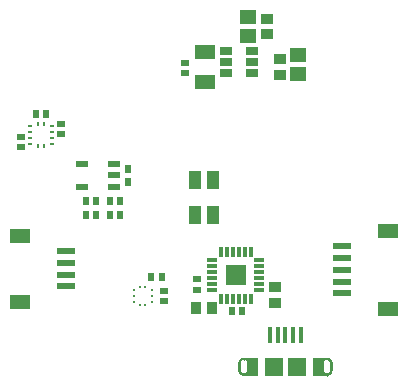
<source format=gtp>
G04*
G04 #@! TF.GenerationSoftware,Altium Limited,Altium Designer,24.5.2 (23)*
G04*
G04 Layer_Color=8421504*
%FSLAX44Y44*%
%MOMM*%
G71*
G04*
G04 #@! TF.SameCoordinates,E9FC05D7-2B72-4DC1-8FCA-AC280C2F8AC5*
G04*
G04*
G04 #@! TF.FilePolarity,Positive*
G04*
G01*
G75*
%ADD19C,0.0001*%
%ADD20R,0.4500X0.2500*%
%ADD21R,0.2500X0.4500*%
%ADD22R,0.6400X0.6000*%
%ADD23R,1.1000X1.5000*%
%ADD24R,1.5500X0.6000*%
%ADD25R,1.8000X1.2000*%
%ADD26R,0.4000X1.3500*%
%ADD27R,1.5000X1.5500*%
%ADD28R,0.6000X0.6400*%
%ADD29R,0.6000X0.7500*%
%ADD30R,1.0000X0.5500*%
%ADD31R,1.4000X1.3000*%
%ADD32R,1.0000X0.7000*%
%ADD33R,1.7500X1.2000*%
%ADD34R,1.0000X0.9000*%
G04:AMPARAMS|DCode=35|XSize=0.8mm|YSize=0.35mm|CornerRadius=0.0438mm|HoleSize=0mm|Usage=FLASHONLY|Rotation=270.000|XOffset=0mm|YOffset=0mm|HoleType=Round|Shape=RoundedRectangle|*
%AMROUNDEDRECTD35*
21,1,0.8000,0.2625,0,0,270.0*
21,1,0.7125,0.3500,0,0,270.0*
1,1,0.0875,-0.1313,-0.3563*
1,1,0.0875,-0.1313,0.3563*
1,1,0.0875,0.1313,0.3563*
1,1,0.0875,0.1313,-0.3563*
%
%ADD35ROUNDEDRECTD35*%
G04:AMPARAMS|DCode=36|XSize=0.85mm|YSize=0.35mm|CornerRadius=0.0438mm|HoleSize=0mm|Usage=FLASHONLY|Rotation=0.000|XOffset=0mm|YOffset=0mm|HoleType=Round|Shape=RoundedRectangle|*
%AMROUNDEDRECTD36*
21,1,0.8500,0.2625,0,0,0.0*
21,1,0.7625,0.3500,0,0,0.0*
1,1,0.0875,0.3813,-0.1313*
1,1,0.0875,-0.3813,-0.1313*
1,1,0.0875,-0.3813,0.1313*
1,1,0.0875,0.3813,0.1313*
%
%ADD36ROUNDEDRECTD36*%
%ADD37R,0.9000X1.0000*%
%ADD38R,0.2500X0.2750*%
%ADD39R,0.2750X0.2500*%
G36*
X104262Y-135257D02*
X104523Y-135277D01*
X104782Y-135311D01*
X105040Y-135359D01*
X105294Y-135420D01*
X105545Y-135495D01*
X105792Y-135582D01*
X106034Y-135682D01*
X106270Y-135795D01*
X106500Y-135920D01*
X106723Y-136057D01*
X106939Y-136205D01*
X107147Y-136364D01*
X107346Y-136534D01*
X107535Y-136714D01*
X107716Y-136904D01*
X107886Y-137103D01*
X108045Y-137311D01*
X108193Y-137527D01*
X108330Y-137750D01*
X108455Y-137980D01*
X108568Y-138216D01*
X108668Y-138458D01*
X108755Y-138705D01*
X108830Y-138956D01*
X108891Y-139210D01*
X108939Y-139468D01*
X108973Y-139727D01*
X108993Y-139988D01*
X109000Y-140250D01*
Y-145750D01*
X108993Y-146012D01*
X108973Y-146273D01*
X108939Y-146532D01*
X108891Y-146790D01*
X108830Y-147044D01*
X108755Y-147295D01*
X108668Y-147542D01*
X108568Y-147784D01*
X108455Y-148020D01*
X108330Y-148250D01*
X108193Y-148473D01*
X108045Y-148689D01*
X107886Y-148897D01*
X107716Y-149096D01*
X107535Y-149285D01*
X107346Y-149466D01*
X107147Y-149636D01*
X106939Y-149795D01*
X106723Y-149943D01*
X106500Y-150080D01*
X106270Y-150205D01*
X106034Y-150318D01*
X105792Y-150418D01*
X105545Y-150505D01*
X105294Y-150580D01*
X105040Y-150641D01*
X104782Y-150688D01*
X104523Y-150723D01*
X104262Y-150743D01*
X104000Y-150750D01*
X92000D01*
Y-135250D01*
X104000D01*
X104262Y-135257D01*
D02*
G37*
G36*
X46000Y-150750D02*
X34000D01*
X33738Y-150743D01*
X33477Y-150723D01*
X33218Y-150688D01*
X32961Y-150641D01*
X32706Y-150580D01*
X32455Y-150505D01*
X32208Y-150418D01*
X31966Y-150318D01*
X31730Y-150205D01*
X31500Y-150080D01*
X31277Y-149943D01*
X31061Y-149795D01*
X30853Y-149636D01*
X30654Y-149466D01*
X30464Y-149285D01*
X30284Y-149096D01*
X30114Y-148897D01*
X29955Y-148689D01*
X29807Y-148473D01*
X29670Y-148250D01*
X29545Y-148020D01*
X29432Y-147784D01*
X29332Y-147542D01*
X29245Y-147295D01*
X29170Y-147044D01*
X29109Y-146790D01*
X29062Y-146532D01*
X29027Y-146273D01*
X29007Y-146012D01*
X29000Y-145750D01*
Y-140250D01*
X29007Y-139988D01*
X29027Y-139727D01*
X29062Y-139468D01*
X29109Y-139210D01*
X29170Y-138956D01*
X29245Y-138705D01*
X29332Y-138458D01*
X29432Y-138216D01*
X29545Y-137980D01*
X29670Y-137750D01*
X29807Y-137527D01*
X29955Y-137311D01*
X30114Y-137103D01*
X30284Y-136904D01*
X30464Y-136714D01*
X30654Y-136534D01*
X30853Y-136364D01*
X31061Y-136205D01*
X31277Y-136057D01*
X31500Y-135920D01*
X31730Y-135795D01*
X31966Y-135682D01*
X32208Y-135582D01*
X32455Y-135495D01*
X32706Y-135420D01*
X32961Y-135359D01*
X33218Y-135311D01*
X33477Y-135277D01*
X33738Y-135257D01*
X34000Y-135250D01*
X46000D01*
Y-150750D01*
D02*
G37*
G36*
X18780Y-74040D02*
Y-56960D01*
X35220D01*
Y-74040D01*
X18780D01*
D02*
G37*
%LPC*%
G36*
X104000Y-137250D02*
X103869Y-137253D01*
X103739Y-137264D01*
X103609Y-137281D01*
X103480Y-137305D01*
X103353Y-137335D01*
X103228Y-137372D01*
X103104Y-137416D01*
X102983Y-137466D01*
X102865Y-137522D01*
X102750Y-137585D01*
X102638Y-137653D01*
X102531Y-137727D01*
X102427Y-137807D01*
X102327Y-137892D01*
X102232Y-137982D01*
X102142Y-138077D01*
X102057Y-138177D01*
X101978Y-138280D01*
X101903Y-138388D01*
X101835Y-138500D01*
X101772Y-138615D01*
X101716Y-138733D01*
X101666Y-138854D01*
X101622Y-138977D01*
X101585Y-139103D01*
X101555Y-139230D01*
X101531Y-139359D01*
X101514Y-139489D01*
X101503Y-139619D01*
X101500Y-139750D01*
Y-146250D01*
X101503Y-146381D01*
X101514Y-146511D01*
X101531Y-146641D01*
X101555Y-146770D01*
X101585Y-146897D01*
X101622Y-147022D01*
X101666Y-147146D01*
X101716Y-147267D01*
X101772Y-147385D01*
X101835Y-147500D01*
X101903Y-147612D01*
X101978Y-147719D01*
X102057Y-147823D01*
X102142Y-147923D01*
X102232Y-148018D01*
X102327Y-148108D01*
X102427Y-148193D01*
X102531Y-148272D01*
X102638Y-148347D01*
X102750Y-148415D01*
X102865Y-148477D01*
X102983Y-148534D01*
X103104Y-148584D01*
X103228Y-148628D01*
X103353Y-148665D01*
X103480Y-148695D01*
X103609Y-148719D01*
X103739Y-148736D01*
X103869Y-148747D01*
X104000Y-148750D01*
X104131Y-148747D01*
X104261Y-148736D01*
X104391Y-148719D01*
X104520Y-148695D01*
X104647Y-148665D01*
X104773Y-148628D01*
X104896Y-148584D01*
X105017Y-148534D01*
X105135Y-148477D01*
X105250Y-148415D01*
X105362Y-148347D01*
X105470Y-148272D01*
X105573Y-148193D01*
X105673Y-148108D01*
X105768Y-148018D01*
X105858Y-147923D01*
X105943Y-147823D01*
X106023Y-147719D01*
X106097Y-147612D01*
X106165Y-147500D01*
X106228Y-147385D01*
X106284Y-147267D01*
X106334Y-147146D01*
X106378Y-147022D01*
X106415Y-146897D01*
X106445Y-146770D01*
X106469Y-146641D01*
X106486Y-146511D01*
X106497Y-146381D01*
X106500Y-146250D01*
Y-139750D01*
X106497Y-139619D01*
X106486Y-139489D01*
X106469Y-139359D01*
X106445Y-139230D01*
X106415Y-139103D01*
X106378Y-138977D01*
X106334Y-138854D01*
X106284Y-138733D01*
X106228Y-138615D01*
X106165Y-138500D01*
X106097Y-138388D01*
X106023Y-138280D01*
X105943Y-138177D01*
X105858Y-138077D01*
X105768Y-137982D01*
X105673Y-137892D01*
X105573Y-137807D01*
X105470Y-137727D01*
X105362Y-137653D01*
X105250Y-137585D01*
X105135Y-137522D01*
X105017Y-137466D01*
X104896Y-137416D01*
X104773Y-137372D01*
X104647Y-137335D01*
X104520Y-137305D01*
X104391Y-137281D01*
X104261Y-137264D01*
X104131Y-137253D01*
X104000Y-137250D01*
D02*
G37*
G36*
X34000D02*
X33869Y-137253D01*
X33739Y-137264D01*
X33609Y-137281D01*
X33480Y-137305D01*
X33353Y-137335D01*
X33228Y-137372D01*
X33104Y-137416D01*
X32983Y-137466D01*
X32865Y-137522D01*
X32750Y-137585D01*
X32638Y-137653D01*
X32531Y-137727D01*
X32427Y-137807D01*
X32327Y-137892D01*
X32232Y-137982D01*
X32142Y-138077D01*
X32057Y-138177D01*
X31978Y-138280D01*
X31903Y-138388D01*
X31835Y-138500D01*
X31772Y-138615D01*
X31716Y-138733D01*
X31666Y-138854D01*
X31622Y-138977D01*
X31585Y-139103D01*
X31555Y-139230D01*
X31531Y-139359D01*
X31514Y-139489D01*
X31503Y-139619D01*
X31500Y-139750D01*
Y-146250D01*
X31503Y-146381D01*
X31514Y-146511D01*
X31531Y-146641D01*
X31555Y-146770D01*
X31585Y-146897D01*
X31622Y-147022D01*
X31666Y-147146D01*
X31716Y-147267D01*
X31772Y-147385D01*
X31835Y-147500D01*
X31903Y-147612D01*
X31978Y-147719D01*
X32057Y-147823D01*
X32142Y-147923D01*
X32232Y-148018D01*
X32327Y-148108D01*
X32427Y-148193D01*
X32531Y-148272D01*
X32638Y-148347D01*
X32750Y-148415D01*
X32865Y-148477D01*
X32983Y-148534D01*
X33104Y-148584D01*
X33228Y-148628D01*
X33353Y-148665D01*
X33480Y-148695D01*
X33609Y-148719D01*
X33739Y-148736D01*
X33869Y-148747D01*
X34000Y-148750D01*
X34131Y-148747D01*
X34261Y-148736D01*
X34391Y-148719D01*
X34520Y-148695D01*
X34647Y-148665D01*
X34773Y-148628D01*
X34896Y-148584D01*
X35017Y-148534D01*
X35135Y-148477D01*
X35250Y-148415D01*
X35362Y-148347D01*
X35470Y-148272D01*
X35573Y-148193D01*
X35673Y-148108D01*
X35768Y-148018D01*
X35858Y-147923D01*
X35943Y-147823D01*
X36023Y-147719D01*
X36097Y-147612D01*
X36165Y-147500D01*
X36228Y-147385D01*
X36284Y-147267D01*
X36334Y-147146D01*
X36378Y-147022D01*
X36415Y-146897D01*
X36445Y-146770D01*
X36469Y-146641D01*
X36486Y-146511D01*
X36497Y-146381D01*
X36500Y-146250D01*
Y-139750D01*
X36497Y-139619D01*
X36486Y-139489D01*
X36469Y-139359D01*
X36445Y-139230D01*
X36415Y-139103D01*
X36378Y-138977D01*
X36334Y-138854D01*
X36284Y-138733D01*
X36228Y-138615D01*
X36165Y-138500D01*
X36097Y-138388D01*
X36023Y-138280D01*
X35943Y-138177D01*
X35858Y-138077D01*
X35768Y-137982D01*
X35673Y-137892D01*
X35573Y-137807D01*
X35470Y-137727D01*
X35362Y-137653D01*
X35250Y-137585D01*
X35135Y-137522D01*
X35017Y-137466D01*
X34896Y-137416D01*
X34773Y-137372D01*
X34647Y-137335D01*
X34520Y-137305D01*
X34391Y-137281D01*
X34261Y-137264D01*
X34131Y-137253D01*
X34000Y-137250D01*
D02*
G37*
%LPD*%
D19*
Y-137000D02*
Y-135300D01*
X104000Y-150700D02*
Y-149000D01*
D20*
X-129000Y45500D02*
D03*
Y50500D02*
D03*
Y55500D02*
D03*
Y60500D02*
D03*
X-147000D02*
D03*
Y55500D02*
D03*
Y50500D02*
D03*
Y45500D02*
D03*
D21*
X-135500Y62250D02*
D03*
X-140500D02*
D03*
Y43750D02*
D03*
X-135500D02*
D03*
D22*
X-121000Y53600D02*
D03*
Y62400D02*
D03*
X-155000Y51400D02*
D03*
Y42600D02*
D03*
X-16000Y114400D02*
D03*
Y105600D02*
D03*
X-6000Y-69100D02*
D03*
Y-77900D02*
D03*
X-34000Y-87400D02*
D03*
Y-78600D02*
D03*
D23*
X-7500Y-15000D02*
D03*
X7500D02*
D03*
Y15000D02*
D03*
X-7500D02*
D03*
D24*
X116680Y-71000D02*
D03*
Y-41000D02*
D03*
Y-51000D02*
D03*
Y-61000D02*
D03*
Y-81000D02*
D03*
X-116680Y-45000D02*
D03*
Y-75000D02*
D03*
Y-65000D02*
D03*
Y-55000D02*
D03*
D25*
X155430Y-28000D02*
D03*
Y-94000D02*
D03*
X-155430Y-88000D02*
D03*
Y-32000D02*
D03*
D26*
X56000Y-116000D02*
D03*
X62500D02*
D03*
X69000D02*
D03*
X75500D02*
D03*
X82000D02*
D03*
D27*
X59000Y-143000D02*
D03*
X79000D02*
D03*
D28*
X-71000Y-3000D02*
D03*
X-79800D02*
D03*
X-71000Y-15000D02*
D03*
X-79800D02*
D03*
X-99800Y-3000D02*
D03*
X-91000D02*
D03*
X-99800Y-15000D02*
D03*
X-91000D02*
D03*
X-133600Y71000D02*
D03*
X-142400D02*
D03*
X23600Y-95500D02*
D03*
X32400D02*
D03*
X-35600Y-67000D02*
D03*
X-44400D02*
D03*
D29*
X-64400Y24750D02*
D03*
Y13250D02*
D03*
D30*
X-102900Y9500D02*
D03*
Y28500D02*
D03*
X-75900D02*
D03*
Y19000D02*
D03*
Y9500D02*
D03*
D31*
X37000Y137000D02*
D03*
Y153000D02*
D03*
X80000Y121000D02*
D03*
Y105000D02*
D03*
D32*
X41000Y105500D02*
D03*
Y115000D02*
D03*
Y124500D02*
D03*
X19000Y105500D02*
D03*
Y115000D02*
D03*
Y124500D02*
D03*
D33*
X1000Y123750D02*
D03*
Y98250D02*
D03*
D34*
X53000Y151750D02*
D03*
Y138250D02*
D03*
X64000Y117750D02*
D03*
Y104250D02*
D03*
X60000Y-89250D02*
D03*
Y-75750D02*
D03*
D35*
X39500Y-45500D02*
D03*
X34500D02*
D03*
X29500D02*
D03*
X24500D02*
D03*
X19500D02*
D03*
X14500D02*
D03*
Y-85500D02*
D03*
X19500D02*
D03*
X24500D02*
D03*
X29500D02*
D03*
X34500D02*
D03*
X39500D02*
D03*
D36*
X7250Y-53000D02*
D03*
Y-58000D02*
D03*
Y-63000D02*
D03*
Y-68000D02*
D03*
Y-73000D02*
D03*
Y-78000D02*
D03*
X46750D02*
D03*
Y-73000D02*
D03*
Y-68000D02*
D03*
Y-63000D02*
D03*
Y-58000D02*
D03*
Y-53000D02*
D03*
D37*
X6750Y-93500D02*
D03*
X-6750D02*
D03*
D38*
X-54500Y-90625D02*
D03*
X-49500D02*
D03*
X-54500Y-75375D02*
D03*
X-49500D02*
D03*
D39*
X-44375Y-88000D02*
D03*
X-59625D02*
D03*
X-44375Y-83000D02*
D03*
Y-78000D02*
D03*
X-59625Y-83000D02*
D03*
Y-78000D02*
D03*
M02*

</source>
